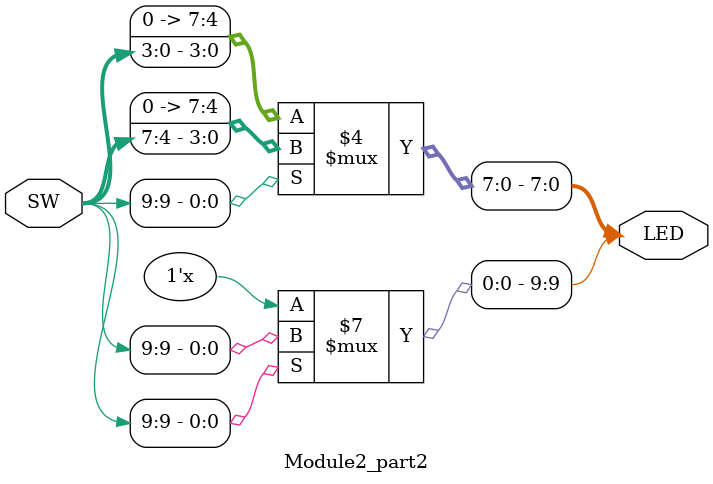
<source format=v>
module Module2_part2(LED,SW);
//Inputs and outputs defined by LED and Switch
input [9:0]SW;
output reg [9:0]LED;
//always block generated
always@(SW) 
begin
if(SW[9]==0) //comapre if all the switches are 0
begin
LED[7:0]={"0000",SW[3:0]}; //all leds and switches are at 0 position
end
else
begin
LED[7:0]={"0000",SW[7:4]};
LED[9]=SW[9];//10th led and switch
end
end
endmodule
</source>
